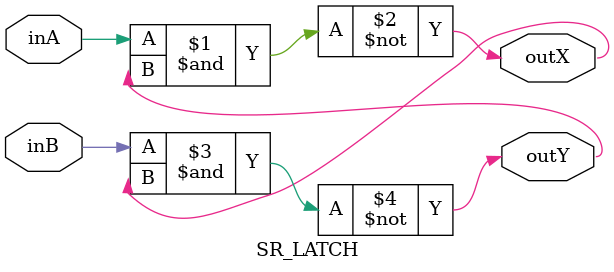
<source format=v>
module SR_LATCH(inA, inB, outX, outY);
	input inA, inB;
	output outX, outY;
	assign outX = ~(inA & outY);
	assign outY = ~(inB & outX);
endmodule

</source>
